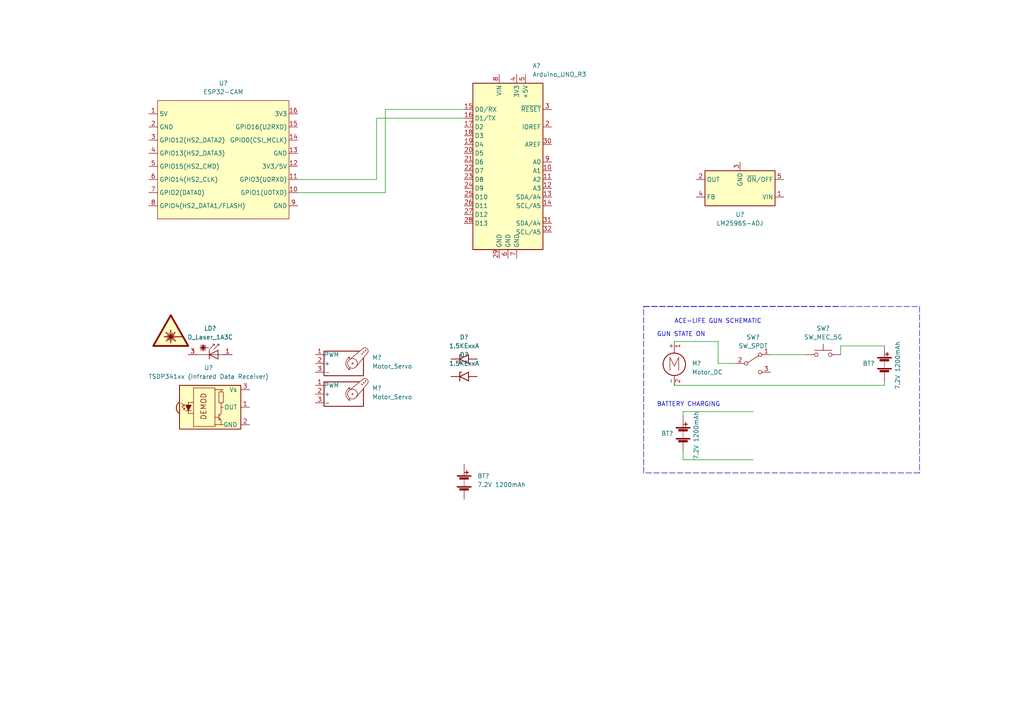
<source format=kicad_sch>
(kicad_sch (version 20211123) (generator eeschema)
  (paper "A4")
  (title_block (title "Sentry Gun System Electronics Schematic") (date "2023-03-12") (rev "v1.0") (company "JurGOn"))
  (lib_symbols
    (symbol "Battery_1" (pin_numbers hide) (pin_names (offset 0) hide)
      (property "Reference" "BT?" (at 3.81 1.6511 0))
      (property "Value" "Battery_1" (at 3.81 -0.8889 0))
      (symbol "Battery_1_0_1"
        (rectangle (start -2.032 -1.397) (end 2.032 -1.651) (fill (type outline)))
        (rectangle (start -2.032 1.778) (end 2.032 1.524) (fill (type outline)))
        (rectangle (start -1.3208 -1.9812) (end 1.27 -2.4892) (fill (type outline)))
        (rectangle (start -1.3208 1.1938) (end 1.27 0.6858) (fill (type outline)))
        (polyline (pts (xy 0 -1.524) (xy 0 -1.27)))
        (polyline (pts (xy 0 -1.016) (xy 0 -0.762)))
        (polyline (pts (xy 0 -0.508) (xy 0 -0.254)))
        (polyline (pts (xy 0 0) (xy 0 0.254)))
        (polyline (pts (xy 0 0.508) (xy 0 0.762)))
        (polyline (pts (xy 0 1.778) (xy 0 2.54)))
        (polyline (pts (xy 0.254 2.667) (xy 1.27 2.667)) (stroke (width 0.254)))
        (polyline (pts (xy 0.762 3.175) (xy 0.762 2.159)) (stroke (width 0.254)))
      )
      (symbol "Battery_1_1_1"
        (pin passive line (at 0 5.08 270) (length 2.54) (name "+") (number "1"))
        (pin passive line (at 0 -5.08 90) (length 2.54) (name "-") (number "2"))
      )
    )
    (symbol "Custom_Lib:ESP32-CAM"
      (property "Reference" "U" (at 0 -19.05 0))
      (property "Value" "ESP32-CAM" (at 0 19.05 0))
      (symbol "ESP32-CAM_0_1"
        (rectangle (start -19.05 16.51) (end 19.05 -17.78) (fill (type background)))
      )
      (symbol "ESP32-CAM_1_1"
        (pin power_in line (at -21.59 12.7 0) (length 2.54) (name "5V") (number "1"))
        (pin output line (at 21.59 -10.16 180) (length 2.54) (name "GPIO1(U0TXD)") (number "10"))
        (pin input line (at 21.59 -6.35 180) (length 2.54) (name "GPIO3(U0RXD)") (number "11"))
        (pin power_out line (at 21.59 -2.54 180) (length 2.54) (name "3V3/5V") (number "12"))
        (pin power_in line (at 21.59 1.27 180) (length 2.54) (name "GND") (number "13"))
        (pin bidirectional line (at 21.59 5.08 180) (length 2.54) (name "GPIO0(CSI_MCLK)") (number "14"))
        (pin bidirectional line (at 21.59 8.89 180) (length 2.54) (name "GPIO16(U2RXD)") (number "15"))
        (pin power_in line (at 21.59 12.7 180) (length 2.54) (name "3V3") (number "16"))
        (pin free line (at -21.59 8.89 0) (length 2.54) (name "GND") (number "2"))
        (pin bidirectional line (at -21.59 5.08 0) (length 2.54) (name "GPIO12(HS2_DATA2)") (number "3"))
        (pin bidirectional line (at -21.59 1.27 0) (length 2.54) (name "GPIO13(HS2_DATA3)") (number "4"))
        (pin bidirectional line (at -21.59 -2.54 0) (length 2.54) (name "GPIO15(HS2_CMD)") (number "5"))
        (pin bidirectional line (at -21.59 -6.35 0) (length 2.54) (name "GPIO14(HS2_CLK)") (number "6"))
        (pin bidirectional line (at -21.59 -10.16 0) (length 2.54) (name "GPIO2(DATA0)") (number "7"))
        (pin bidirectional line (at -21.59 -13.97 0) (length 2.54) (name "GPIO4(HS2_DATA1/FLASH)") (number "8"))
        (pin power_in line (at 21.59 -13.97 180) (length 2.54) (name "GND") (number "9"))
      )
    )
    (symbol "Device:D_Laser_1A3C" (pin_names (offset 1.016) hide)
      (property "Reference" "LD" (at -1.27 4.445 0))
      (property "Value" "D_Laser_1A3C" (at -1.27 -2.54 0))
      (symbol "D_Laser_1A3C_0_1"
        (polyline (pts (xy -4.064 1.27) (xy -2.54 2.794)))
        (polyline (pts (xy -4.064 1.778) (xy -2.54 2.286)))
        (polyline (pts (xy -4.064 2.286) (xy -2.54 1.778)))
        (polyline (pts (xy -4.064 2.794) (xy -2.54 1.27)))
        (polyline (pts (xy -3.556 2.794) (xy -3.048 1.27)))
        (polyline (pts (xy -3.302 2.032) (xy -3.302 1.016)))
        (polyline (pts (xy -3.302 2.032) (xy -3.302 3.048)))
        (polyline (pts (xy -3.048 2.794) (xy -3.556 1.27)))
        (polyline (pts (xy -1.778 2.032) (xy -4.318 2.032)))
        (polyline (pts (xy -1.524 1.27) (xy -1.524 -1.27)) (stroke (width 0.2032)))
        (polyline (pts (xy 1.27 3.048) (xy 0.762 3.048)))
        (polyline (pts (xy 2.54 0) (xy -5.08 0)))
        (polyline (pts (xy -0.254 1.524) (xy 1.27 3.048) (xy 1.27 2.54)))
        (polyline (pts (xy 1.016 1.27) (xy 1.016 -1.27) (xy -1.524 0) (xy 1.016 1.27)) (stroke (width 0.2032)))
        (polyline (pts (xy -1.524 1.524) (xy 0 3.048) (xy 0 2.54) (xy 0 3.048) (xy -0.508 3.048)))
      )
      (symbol "D_Laser_1A3C_1_1"
        (pin passive line (at 5.08 0 180) (length 2.54) (name "A") (number "1"))
        (pin passive line (at -7.62 0 0) (length 2.54) (name "K") (number "3"))
      )
    )
    (symbol "Diode:1.5KExxA" (pin_numbers hide) (pin_names (offset 1.016) hide)
      (property "Reference" "D" (at 0 2.54 0))
      (property "Value" "1.5KExxA" (at 0 -2.54 0))
      (symbol "1.5KExxA_0_1"
        (polyline (pts (xy -0.762 1.27) (xy -1.27 1.27) (xy -1.27 -1.27)) (stroke (width 0.254)))
        (polyline (pts (xy 1.27 1.27) (xy 1.27 -1.27) (xy -1.27 0) (xy 1.27 1.27)) (stroke (width 0.254)))
      )
      (symbol "1.5KExxA_1_1"
        (pin passive line (at -3.81 0 0) (length 2.54) (name "A1") (number "1"))
        (pin passive line (at 3.81 0 180) (length 2.54) (name "A2") (number "2"))
      )
    )
    (symbol "Graphic:SYM_LASER_Large" (pin_names (offset 1.016) hide)
      (symbol "SYM_LASER_Large_0_1"
        (polyline (pts (xy -1.905 -2.413) (xy 3.556 -2.413)) (stroke (width 0.254)))
        (polyline (pts (xy -1.27 -3.683) (xy 1.27 -1.143)) (stroke (width 0.254)))
        (polyline (pts (xy -1.143 -2.921) (xy 1.143 -1.905)))
        (polyline (pts (xy -1.143 -2.032) (xy 1.143 -2.794)))
        (polyline (pts (xy -0.508 -1.27) (xy 0.508 -3.556)))
        (polyline (pts (xy 0 -4.191) (xy 0 -0.508)) (stroke (width 0.254)))
        (polyline (pts (xy 0.508 -1.27) (xy -0.508 -3.556)))
        (polyline (pts (xy 1.397 -3.683) (xy -1.397 -1.143)) (stroke (width 0.254)))
        (polyline (pts (xy -5.08 -5.08) (xy 5.08 -5.08) (xy 0 3.81) (xy -5.08 -5.08)) (stroke (width 0.508)) (fill (type background)))
      )
    )
    (symbol "Interface_Optical:TSDP341xx" (pin_names (offset 1.016))
      (property "Reference" "U" (at -10.16 7.62 0))
      (property "Value" "TSDP341xx" (at -10.16 -7.62 0))
      (symbol "TSDP341xx_0_0"
        (arc (start -10.287 1.397) (mid -11.0899 -0.1905) (end -10.287 -1.778) (stroke (width 0.254)) (fill (type background)))
        (polyline (pts (xy 1.905 -5.08) (xy 0.127 -5.08)))
        (polyline (pts (xy 1.905 5.08) (xy 0.127 5.08)))
        (text "DEMOD" (at -3.175 0.254 900) (effects (font (size 1.524 1.524))))
      )
      (symbol "TSDP341xx_0_1"
        (rectangle (start -6.096 5.588) (end 0.127 -5.588))
        (polyline (pts (xy -8.763 0.381) (xy -9.652 1.27)))
        (polyline (pts (xy -8.763 0.381) (xy -9.271 0.381)))
        (polyline (pts (xy -8.763 0.381) (xy -8.763 0.889)))
        (polyline (pts (xy -8.636 -0.635) (xy -9.525 0.254)))
        (polyline (pts (xy -8.636 -0.635) (xy -9.144 -0.635)))
        (polyline (pts (xy -8.636 -0.635) (xy -8.636 -0.127)))
        (polyline (pts (xy -8.382 -1.016) (xy -6.731 -1.016)))
        (polyline (pts (xy 1.27 -2.921) (xy 0.127 -2.921)))
        (polyline (pts (xy 1.27 -1.905) (xy 1.27 -3.81)))
        (polyline (pts (xy 1.397 -3.556) (xy 1.524 -3.556)))
        (polyline (pts (xy 1.651 -3.556) (xy 1.524 -3.556)))
        (polyline (pts (xy 1.651 -3.556) (xy 1.651 -3.302)))
        (polyline (pts (xy 1.905 0) (xy 1.905 1.27)))
        (polyline (pts (xy 1.905 4.445) (xy 1.905 5.08) (xy 2.54 5.08)))
        (polyline (pts (xy -8.382 0.635) (xy -6.731 0.635) (xy -7.62 -1.016) (xy -8.382 0.635)) (fill (type outline)))
        (polyline (pts (xy -6.096 1.397) (xy -7.62 1.397) (xy -7.62 -1.778) (xy -6.096 -1.778)))
        (polyline (pts (xy 1.27 -3.175) (xy 1.905 -3.81) (xy 1.905 -5.08) (xy 2.54 -5.08)))
        (polyline (pts (xy 1.27 -2.54) (xy 1.905 -1.905) (xy 1.905 0) (xy 2.54 0)))
        (rectangle (start 2.54 1.27) (end 1.27 4.445))
        (rectangle (start 7.62 6.35) (end -10.16 -6.35) (stroke (width 0.254)) (fill (type background)))
      )
      (symbol "TSDP341xx_1_1"
        (pin output line (at 10.16 0 180) (length 2.54) (name "OUT") (number "1"))
        (pin power_in line (at 10.16 -5.08 180) (length 2.54) (name "GND") (number "2"))
        (pin power_in line (at 10.16 5.08 180) (length 2.54) (name "Vs") (number "3"))
      )
    )
    (symbol "MCU_Module:Arduino_UNO_R3"
      (property "Reference" "A" (at -10.16 23.495 0))
      (property "Value" "Arduino_UNO_R3" (at 5.08 -26.67 0))
      (symbol "Arduino_UNO_R3_0_1"
        (rectangle (start -10.16 22.86) (end 10.16 -25.4) (stroke (width 0.254)) (fill (type background)))
      )
      (symbol "Arduino_UNO_R3_1_1"
        (pin no_connect line (at -10.16 -20.32 0) (length 2.54) hide (name "NC") (number "1"))
        (pin bidirectional line (at 12.7 -2.54 180) (length 2.54) (name "A1") (number "10"))
        (pin bidirectional line (at 12.7 -5.08 180) (length 2.54) (name "A2") (number "11"))
        (pin bidirectional line (at 12.7 -7.62 180) (length 2.54) (name "A3") (number "12"))
        (pin bidirectional line (at 12.7 -10.16 180) (length 2.54) (name "SDA/A4") (number "13"))
        (pin bidirectional line (at 12.7 -12.7 180) (length 2.54) (name "SCL/A5") (number "14"))
        (pin bidirectional line (at -12.7 15.24 0) (length 2.54) (name "D0/RX") (number "15"))
        (pin bidirectional line (at -12.7 12.7 0) (length 2.54) (name "D1/TX") (number "16"))
        (pin bidirectional line (at -12.7 10.16 0) (length 2.54) (name "D2") (number "17"))
        (pin bidirectional line (at -12.7 7.62 0) (length 2.54) (name "D3") (number "18"))
        (pin bidirectional line (at -12.7 5.08 0) (length 2.54) (name "D4") (number "19"))
        (pin output line (at 12.7 10.16 180) (length 2.54) (name "IOREF") (number "2"))
        (pin bidirectional line (at -12.7 2.54 0) (length 2.54) (name "D5") (number "20"))
        (pin bidirectional line (at -12.7 0 0) (length 2.54) (name "D6") (number "21"))
        (pin bidirectional line (at -12.7 -2.54 0) (length 2.54) (name "D7") (number "22"))
        (pin bidirectional line (at -12.7 -5.08 0) (length 2.54) (name "D8") (number "23"))
        (pin bidirectional line (at -12.7 -7.62 0) (length 2.54) (name "D9") (number "24"))
        (pin bidirectional line (at -12.7 -10.16 0) (length 2.54) (name "D10") (number "25"))
        (pin bidirectional line (at -12.7 -12.7 0) (length 2.54) (name "D11") (number "26"))
        (pin bidirectional line (at -12.7 -15.24 0) (length 2.54) (name "D12") (number "27"))
        (pin bidirectional line (at -12.7 -17.78 0) (length 2.54) (name "D13") (number "28"))
        (pin power_in line (at -2.54 -27.94 90) (length 2.54) (name "GND") (number "29"))
        (pin input line (at 12.7 15.24 180) (length 2.54) (name "~{RESET}") (number "3"))
        (pin input line (at 12.7 5.08 180) (length 2.54) (name "AREF") (number "30"))
        (pin bidirectional line (at 12.7 -17.78 180) (length 2.54) (name "SDA/A4") (number "31"))
        (pin bidirectional line (at 12.7 -20.32 180) (length 2.54) (name "SCL/A5") (number "32"))
        (pin power_out line (at 2.54 25.4 270) (length 2.54) (name "3V3") (number "4"))
        (pin power_out line (at 5.08 25.4 270) (length 2.54) (name "+5V") (number "5"))
        (pin power_in line (at 0 -27.94 90) (length 2.54) (name "GND") (number "6"))
        (pin power_in line (at 2.54 -27.94 90) (length 2.54) (name "GND") (number "7"))
        (pin power_in line (at -2.54 25.4 270) (length 2.54) (name "VIN") (number "8"))
        (pin bidirectional line (at 12.7 0 180) (length 2.54) (name "A0") (number "9"))
      )
    )
    (symbol "Motor:Motor_DC" (pin_names (offset 0))
      (property "Reference" "M" (at 2.54 2.54 0))
      (property "Value" "Motor_DC" (at 2.54 -5.08 0))
      (symbol "Motor_DC_0_0"
        (polyline (pts (xy -1.27 -3.302) (xy -1.27 0.508) (xy 0 -2.032) (xy 1.27 0.508) (xy 1.27 -3.302)))
      )
      (symbol "Motor_DC_0_1"
        (circle (center 0 -1.524) (radius 3.2512) (stroke (width 0.254)))
        (polyline (pts (xy 0 -7.62) (xy 0 -7.112)))
        (polyline (pts (xy 0 -4.7752) (xy 0 -5.1816)))
        (polyline (pts (xy 0 1.7272) (xy 0 2.0828)))
        (polyline (pts (xy 0 2.032) (xy 0 2.54)))
      )
      (symbol "Motor_DC_1_1"
        (pin passive line (at 0 5.08 270) (length 2.54) (name "+") (number "1"))
        (pin passive line (at 0 -7.62 90) (length 2.54) (name "-") (number "2"))
      )
    )
    (symbol "Motor:Motor_Servo" (pin_names (offset 0.0254))
      (property "Reference" "M" (at -5.08 4.445 0))
      (property "Value" "Motor_Servo" (at -5.08 -4.064 0))
      (symbol "Motor_Servo_0_1"
        (polyline (pts (xy 2.413 -1.778) (xy 2.032 -1.778)))
        (polyline (pts (xy 2.413 -1.778) (xy 2.286 -1.397)))
        (polyline (pts (xy 2.413 1.778) (xy 1.905 1.778)))
        (polyline (pts (xy 2.413 1.778) (xy 2.286 1.397)))
        (polyline (pts (xy 6.35 4.445) (xy 2.54 1.27)))
        (polyline (pts (xy 7.62 3.175) (xy 4.191 -1.016)))
        (polyline (pts (xy 5.08 3.556) (xy -5.08 3.556) (xy -5.08 -3.556) (xy 6.35 -3.556) (xy 6.35 1.524)) (stroke (width 0.254)))
        (arc (start 2.413 1.778) (mid 1.2406 0) (end 2.413 -1.778))
        (circle (center 3.175 0) (radius 0.1778))
        (circle (center 3.175 0) (radius 1.4224))
        (circle (center 5.969 2.794) (radius 0.127))
        (circle (center 6.477 3.302) (radius 0.127))
        (circle (center 6.985 3.81) (radius 0.127))
        (arc (start 7.62 3.175) (mid 7.4485 4.2735) (end 6.35 4.445))
      )
      (symbol "Motor_Servo_1_1"
        (pin passive line (at -7.62 2.54 0) (length 2.54) (name "PWM") (number "1"))
        (pin passive line (at -7.62 0 0) (length 2.54) (name "+") (number "2"))
        (pin passive line (at -7.62 -2.54 0) (length 2.54) (name "-") (number "3"))
      )
    )
    (symbol "Regulator_Switching:LM2596S-ADJ"
      (property "Reference" "U" (at -10.16 6.35 0))
      (property "Value" "LM2596S-ADJ" (at 0 6.35 0))
      (symbol "LM2596S-ADJ_0_1"
        (rectangle (start -10.16 5.08) (end 10.16 -5.08) (stroke (width 0.254)) (fill (type background)))
      )
      (symbol "LM2596S-ADJ_1_1"
        (pin power_in line (at -12.7 2.54 0) (length 2.54) (name "VIN") (number "1"))
        (pin output line (at 12.7 -2.54 180) (length 2.54) (name "OUT") (number "2"))
        (pin power_in line (at 0 -7.62 90) (length 2.54) (name "GND") (number "3"))
        (pin input line (at 12.7 2.54 180) (length 2.54) (name "FB") (number "4"))
        (pin input line (at -12.7 -2.54 0) (length 2.54) (name "~{ON}/OFF") (number "5"))
      )
    )
    (symbol "Switch:SW_MEC_5G" (pin_numbers hide) (pin_names (offset 1.016) hide)
      (property "Reference" "SW" (at 1.27 2.54 0))
      (property "Value" "SW_MEC_5G" (at 0 -1.524 0))
      (symbol "SW_MEC_5G_0_1"
        (circle (center -2.032 0) (radius 0.508))
        (polyline (pts (xy 0 1.27) (xy 0 3.048)))
        (polyline (pts (xy 2.54 1.27) (xy -2.54 1.27)))
        (circle (center 2.032 0) (radius 0.508))
        (pin passive line (at -5.08 0 0) (length 2.54) (name "A") (number "1"))
        (pin passive line (at 5.08 0 180) (length 2.54) (name "B") (number "3"))
      )
      (symbol "SW_MEC_5G_1_1"
        (pin passive line (at -5.08 0 0) (length 2.54) hide (name "A") (number "2"))
        (pin passive line (at 5.08 0 180) (length 2.54) hide (name "B") (number "4"))
      )
    )
    (symbol "Switch:SW_SPDT" (pin_names (offset 0) hide)
      (property "Reference" "SW" (at 0 4.318 0))
      (property "Value" "SW_SPDT" (at 0 -5.08 0))
      (symbol "SW_SPDT_0_0"
        (circle (center -2.032 0) (radius 0.508))
        (circle (center 2.032 -2.54) (radius 0.508))
      )
      (symbol "SW_SPDT_0_1"
        (polyline (pts (xy -1.524 0.254) (xy 1.651 2.286)))
        (circle (center 2.032 2.54) (radius 0.508))
      )
      (symbol "SW_SPDT_1_1"
        (pin passive line (at 5.08 2.54 180) (length 2.54) (name "A") (number "1"))
        (pin passive line (at -5.08 0 0) (length 2.54) (name "B") (number "2"))
        (pin passive line (at 5.08 -2.54 180) (length 2.54) (name "C") (number "3"))
      )
    )
  )
  (polyline (pts (xy 266.7 137.16) (xy 186.69 137.16)))
  (wire (pts (xy 86.36 52.07) (xy 109.22 52.07)))
  (wire (pts (xy 198.12 119.38) (xy 218.44 119.38)))
  (wire (pts (xy 256.54 100.33) (xy 243.84 100.33)))
  (polyline (pts (xy 266.7 88.9) (xy 266.7 137.16)))
  (polyline (pts (xy 186.69 88.9) (xy 266.7 88.9)))
  (wire (pts (xy 208.28 105.41) (xy 208.28 99.06)))
  (wire (pts (xy 208.28 99.06) (xy 195.58 99.06)))
  (wire (pts (xy 243.84 100.33) (xy 243.84 102.87)))
  (wire (pts (xy 198.12 133.35) (xy 218.44 133.35)))
  (wire (pts (xy 198.12 130.81) (xy 198.12 133.35)))
  (wire (pts (xy 109.22 34.29) (xy 134.62 34.29)))
  (wire (pts (xy 111.76 55.88) (xy 111.76 31.75)))
  (polyline (pts (xy 186.69 137.16) (xy 186.69 88.9)))
  (wire (pts (xy 109.22 52.07) (xy 109.22 34.29)))
  (wire (pts (xy 111.76 31.75) (xy 134.62 31.75)))
  (wire (pts (xy 86.36 55.88) (xy 111.76 55.88)))
  (wire (pts (xy 198.12 120.65) (xy 198.12 119.38)))
  (wire (pts (xy 213.36 105.41) (xy 208.28 105.41)))
  (polyline (pts (xy 186.69 88.9) (xy 243.84 88.9)))
  (wire (pts (xy 256.54 110.49) (xy 256.54 111.76)))
  (wire (pts (xy 195.58 111.76) (xy 256.54 111.76)))
  (wire (pts (xy 223.52 102.87) (xy 233.68 102.87)))
  (text "BATTERY CHARGING" (at 190.5 118.11 0) (effects (font (size 1.27 1.27)) (justify left bottom)))
  (text "GUN STATE ON" (at 190.5 97.79 0) (effects (font (size 1.27 1.27)) (justify left bottom)))
  (text "ACE-LIFE GUN SCHEMATIC" (at 195.58 93.98 0) (effects (font (size 1.27 1.27)) (justify left bottom)))
  (symbol (lib_id "Diode:1.5KExxA") (at 134.62 109.22 0) (unit 1)
    (property "Reference" "D?" (at 134.62 102.87 0))
    (property "Value" "1.5KExxA" (at 134.62 105.41 0))
    (property "Footprint" "Diode_THT:D_DO-201AE_P15.24mm_Horizontal" (effects hide))
    (property "Datasheet" "https://www.vishay.com/docs/88301/15ke.pdf" (effects hide))
  )
  (symbol (lib_id "Custom_Lib:ESP32-CAM") (at 64.77 45.72 0) (unit 1)
    (property "Reference" "U?" (at 64.77 24.13 0))
    (property "Value" "ESP32-CAM" (at 64.77 26.67 0))
  )
  (symbol (lib_name "Battery_1") (lib_id "Device:Battery") (at 256.54 105.41 0) (unit 1)
    (property "Reference" "BT?" (at 250.19 105.41 0) (effects (justify left)))
    (property "Value" "7.2V 1200mAh" (at 260.35 113.03 90) (effects (justify left)))
  )
  (symbol (lib_id "Device:D_Laser_1A3C") (at 62.23 102.87 0) (unit 1)
    (property "Reference" "LD?" (at 60.96 95.25 0))
    (property "Value" "D_Laser_1A3C" (at 60.96 97.79 0))
  )
  (symbol (lib_id "Switch:SW_SPDT") (at 218.44 105.41 0) (unit 1)
    (property "Reference" "SW?" (at 218.44 97.79 0))
    (property "Value" "SW_SPDT" (at 218.44 100.33 0))
  )
  (symbol (lib_id "Motor:Motor_Servo") (at 99.06 105.41 0) (unit 1)
    (property "Reference" "M?" (at 107.95 103.7065 0) (effects (justify left)))
    (property "Value" "Motor_Servo" (at 107.95 106.2465 0) (effects (justify left)))
    (property "Datasheet" "http://forums.parallax.com/uploads/attachments/46831/74481.png" (effects hide))
  )
  (symbol (lib_name "Battery_1") (lib_id "Device:Battery") (at 134.62 139.7 0) (unit 1)
    (property "Reference" "BT?" (at 138.43 138.0489 0) (effects (justify left)))
    (property "Value" "7.2V 1200mAh" (at 138.43 140.5889 0) (effects (justify left)))
  )
  (symbol (lib_name "Battery_1") (lib_id "Device:Battery") (at 198.12 125.73 0) (unit 1)
    (property "Reference" "BT?" (at 191.77 125.73 0) (effects (justify left)))
    (property "Value" "7.2V 1200mAh" (at 201.93 133.35 90) (effects (justify left)))
  )
  (symbol (lib_id "Motor:Motor_DC") (at 195.58 104.14 0) (unit 1)
    (property "Reference" "M?" (at 200.66 105.4099 0) (effects (justify left)))
    (property "Value" "Motor_DC" (at 200.66 107.9499 0) (effects (justify left)))
  )
  (symbol (lib_id "MCU_Module:Arduino_UNO_R3") (at 147.32 46.99 0) (unit 1)
    (property "Reference" "A?" (at 154.4194 19.05 0) (effects (justify left)))
    (property "Value" "Arduino_UNO_R3" (at 154.4194 21.59 0) (effects (justify left)))
    (property "Footprint" "Module:Arduino_UNO_R3" (effects hide))
    (property "Datasheet" "https://www.arduino.cc/en/Main/arduinoBoardUno" (effects hide))
  )
  (symbol (lib_id "Motor:Motor_Servo") (at 99.06 114.3 0) (unit 1)
    (property "Reference" "M?" (at 107.95 112.5965 0) (effects (justify left)))
    (property "Value" "Motor_Servo" (at 107.95 115.1365 0) (effects (justify left)))
    (property "Datasheet" "http://forums.parallax.com/uploads/attachments/46831/74481.png" (effects hide))
  )
  (symbol (lib_id "Regulator_Switching:LM2596S-ADJ") (at 214.63 54.61 180) (unit 1)
    (property "Reference" "U?" (at 214.63 62.23 0))
    (property "Value" "LM2596S-ADJ" (at 214.63 64.77 0))
    (property "Footprint" "Package_TO_SOT_SMD:TO-263-5_TabPin3" (effects hide))
    (property "Datasheet" "http://www.ti.com/lit/ds/symlink/lm2596.pdf" (effects hide))
  )
  (symbol (lib_id "Graphic:SYM_LASER_Large") (at 49.53 95.25 0) (unit 1)
    (property "Reference" "#SYM?" (effects hide))
    (property "Value" "SYM_LASER_Large" (effects hide))
  )
  (symbol (lib_id "Diode:1.5KExxA") (at 134.62 104.14 0) (unit 1)
    (property "Reference" "D?" (at 134.62 97.79 0))
    (property "Value" "1.5KExxA" (at 134.62 100.33 0))
    (property "Footprint" "Diode_THT:D_DO-201AE_P15.24mm_Horizontal" (effects hide))
    (property "Datasheet" "https://www.vishay.com/docs/88301/15ke.pdf" (effects hide))
  )
  (symbol (lib_id "Switch:SW_MEC_5G") (at 238.76 102.87 0) (unit 1)
    (property "Reference" "SW?" (at 238.76 95.25 0))
    (property "Value" "SW_MEC_5G" (at 238.76 97.79 0))
    (property "Datasheet" "http://www.apem.com/int/index.php?controller=attachment&id_attachment=488" (effects hide))
  )
  (symbol (lib_id "Interface_Optical:TSDP341xx") (at 62.23 118.11 0) (unit 1)
    (property "Reference" "U?" (at 60.495 106.68 0))
    (property "Value" "TSDP341xx (Infrared Data Receiver)" (at 60.495 109.22 0))
    (property "Footprint" "OptoDevice:Vishay_MOLD-3Pin" (effects hide))
    (property "Datasheet" "http://www.vishay.com/docs/82667/tsdp341.pdf" (effects hide))
  )
)
</source>
